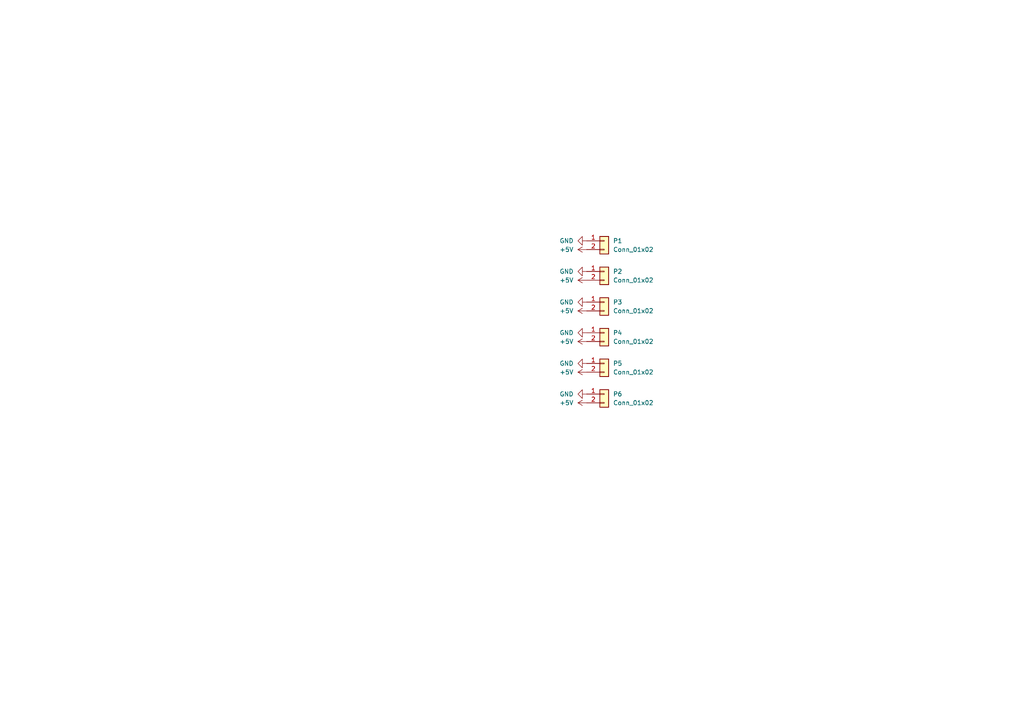
<source format=kicad_sch>
(kicad_sch (version 20211123) (generator eeschema)
  (paper "A4")
  (lib_symbols
    (symbol "Connector_Generic:Conn_01x02" (pin_names (offset 1.016) hide)
      (property "Reference" "J" (at 0 2.54 0))
      (property "Value" "Conn_01x02" (at 0 -5.08 0))
      (symbol "Conn_01x02_1_1"
        (rectangle (start -1.27 -2.413) (end 0 -2.667) (stroke (width 0.1524)))
        (rectangle (start -1.27 0.127) (end 0 -0.127) (stroke (width 0.1524)))
        (rectangle (start -1.27 1.27) (end 1.27 -3.81) (stroke (width 0.254)) (fill (type background)))
        (pin passive line (at -5.08 0 0) (length 3.81) (name "Pin_1") (number "1"))
        (pin passive line (at -5.08 -2.54 0) (length 3.81) (name "Pin_2") (number "2"))
      )
    )
    (symbol "power:+5V" (power) (pin_names (offset 0))
      (property "Value" "+5V" (at 0 3.556 0))
      (symbol "+5V_0_1"
        (polyline (pts (xy -0.762 1.27) (xy 0 2.54)))
        (polyline (pts (xy 0 0) (xy 0 2.54)))
        (polyline (pts (xy 0 2.54) (xy 0.762 1.27)))
      )
      (symbol "+5V_1_1"
        (pin power_in line (at 0 0 90) (length 0) hide (name "+5V") (number "1"))
      )
    )
    (symbol "power:GND" (power) (pin_names (offset 0))
      (property "Value" "GND" (at 0 -3.81 0))
      (symbol "GND_0_1"
        (polyline (pts (xy 0 0) (xy 0 -1.27) (xy 1.27 -1.27) (xy 0 -2.54) (xy -1.27 -1.27) (xy 0 -1.27)))
      )
      (symbol "GND_1_1"
        (pin power_in line (at 0 0 270) (length 0) hide (name "GND") (number "1"))
      )
    )
  )
  (symbol (lib_id "power:GND") (at 170.18 105.41 270) (unit 1)
    (property "Reference" "#PWR0109" (effects hide))
    (property "Value" "GND" (at 166.37 105.4099 90) (effects (justify right)))
  )
  (symbol (lib_id "Connector_Generic:Conn_01x02") (at 175.26 96.52 0) (unit 1)
    (property "Reference" "P4" (at 177.8 96.5199 0) (effects (justify left)))
    (property "Value" "Conn_01x02" (at 177.8 99.0599 0) (effects (justify left)))
    (property "Footprint" "Connector_Molex:Molex_SL_171971-0002_1x02_P2.54mm_Vertical" (effects hide))
  )
  (symbol (lib_id "power:+5V") (at 170.18 90.17 90) (unit 1)
    (property "Reference" "#PWR0103" (effects hide))
    (property "Value" "+5V" (at 166.37 90.1699 90) (effects (justify left)))
  )
  (symbol (lib_id "Connector_Generic:Conn_01x02") (at 175.26 78.74 0) (unit 1)
    (property "Reference" "P2" (at 177.8 78.7399 0) (effects (justify left)))
    (property "Value" "Conn_01x02" (at 177.8 81.2799 0) (effects (justify left)))
    (property "Footprint" "Connector_Molex:Molex_SL_171971-0002_1x02_P2.54mm_Vertical" (effects hide))
  )
  (symbol (lib_id "Connector_Generic:Conn_01x02") (at 175.26 69.85 0) (unit 1)
    (property "Reference" "P1" (at 177.8 69.8499 0) (effects (justify left)))
    (property "Value" "Conn_01x02" (at 177.8 72.3899 0) (effects (justify left)))
    (property "Footprint" "Connector_Molex:Molex_SL_171971-0002_1x02_P2.54mm_Vertical" (effects hide))
  )
  (symbol (lib_id "Connector_Generic:Conn_01x02") (at 175.26 87.63 0) (unit 1)
    (property "Reference" "P3" (at 177.8 87.6299 0) (effects (justify left)))
    (property "Value" "Conn_01x02" (at 177.8 90.1699 0) (effects (justify left)))
    (property "Footprint" "Connector_Molex:Molex_SL_171971-0002_1x02_P2.54mm_Vertical" (effects hide))
  )
  (symbol (lib_id "power:+5V") (at 170.18 107.95 90) (unit 1)
    (property "Reference" "#PWR0112" (effects hide))
    (property "Value" "+5V" (at 166.37 107.9499 90) (effects (justify left)))
  )
  (symbol (lib_id "Connector_Generic:Conn_01x02") (at 175.26 105.41 0) (unit 1)
    (property "Reference" "P5" (at 177.8 105.4099 0) (effects (justify left)))
    (property "Value" "Conn_01x02" (at 177.8 107.9499 0) (effects (justify left)))
    (property "Footprint" "Connector_Molex:Molex_SL_171971-0002_1x02_P2.54mm_Vertical" (effects hide))
  )
  (symbol (lib_id "power:+5V") (at 170.18 116.84 90) (unit 1)
    (property "Reference" "#PWR0111" (effects hide))
    (property "Value" "+5V" (at 166.37 116.8399 90) (effects (justify left)))
  )
  (symbol (lib_id "power:+5V") (at 170.18 72.39 90) (unit 1)
    (property "Reference" "#PWR0108" (effects hide))
    (property "Value" "+5V" (at 166.37 72.3899 90) (effects (justify left)))
  )
  (symbol (lib_id "power:GND") (at 170.18 96.52 270) (unit 1)
    (property "Reference" "#PWR0101" (effects hide))
    (property "Value" "GND" (at 166.37 96.5199 90) (effects (justify right)))
  )
  (symbol (lib_id "power:+5V") (at 170.18 81.28 90) (unit 1)
    (property "Reference" "#PWR0107" (effects hide))
    (property "Value" "+5V" (at 166.37 81.2799 90) (effects (justify left)))
  )
  (symbol (lib_id "Connector_Generic:Conn_01x02") (at 175.26 114.3 0) (unit 1)
    (property "Reference" "P6" (at 177.8 114.2999 0) (effects (justify left)))
    (property "Value" "Conn_01x02" (at 177.8 116.8399 0) (effects (justify left)))
    (property "Footprint" "Connector_Molex:Molex_SL_171971-0002_1x02_P2.54mm_Vertical" (effects hide))
  )
  (symbol (lib_id "power:GND") (at 170.18 87.63 270) (unit 1)
    (property "Reference" "#PWR0106" (effects hide))
    (property "Value" "GND" (at 166.37 87.6299 90) (effects (justify right)))
  )
  (symbol (lib_id "power:+5V") (at 170.18 99.06 90) (unit 1)
    (property "Reference" "#PWR0102" (effects hide))
    (property "Value" "+5V" (at 166.37 99.0599 90) (effects (justify left)))
  )
  (symbol (lib_id "power:GND") (at 170.18 114.3 270) (unit 1)
    (property "Reference" "#PWR0110" (effects hide))
    (property "Value" "GND" (at 166.37 114.2999 90) (effects (justify right)))
  )
  (symbol (lib_id "power:GND") (at 170.18 69.85 270) (unit 1)
    (property "Reference" "#PWR0104" (effects hide))
    (property "Value" "GND" (at 166.37 69.8499 90) (effects (justify right)))
  )
  (symbol (lib_id "power:GND") (at 170.18 78.74 270) (unit 1)
    (property "Reference" "#PWR0105" (effects hide))
    (property "Value" "GND" (at 166.37 78.7399 90) (effects (justify right)))
  )
)
</source>
